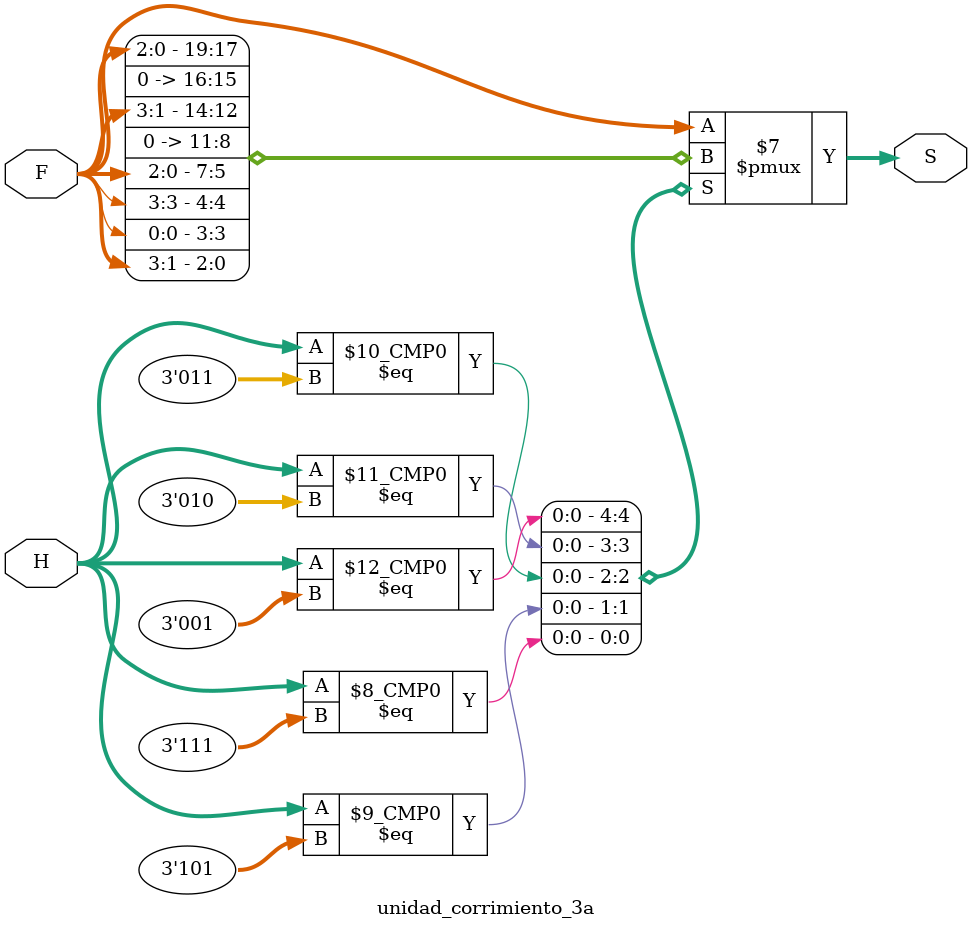
<source format=sv>

module unidad_corrimiento_3a #(parameter N=4)( 
 input logic signed [N-1:0] F, //input
 input logic [2:0] H, //sel operacion
 output logic signed [N-1:0] S //salida
 ); 
 
 always_comb  
	case(H)
	 3'b001: S=F<<1; //shl
	 3'b010: S=F>>1; //shr
	 3'b011: S=N[1'b0]; //todo 0
	 3'b101: S={F,F}>>(N-1); //rol
	 3'b111: S={F,F}>>1; //ror
	 default: S=F; //transferencia
   endcase
	
endmodule

</source>
